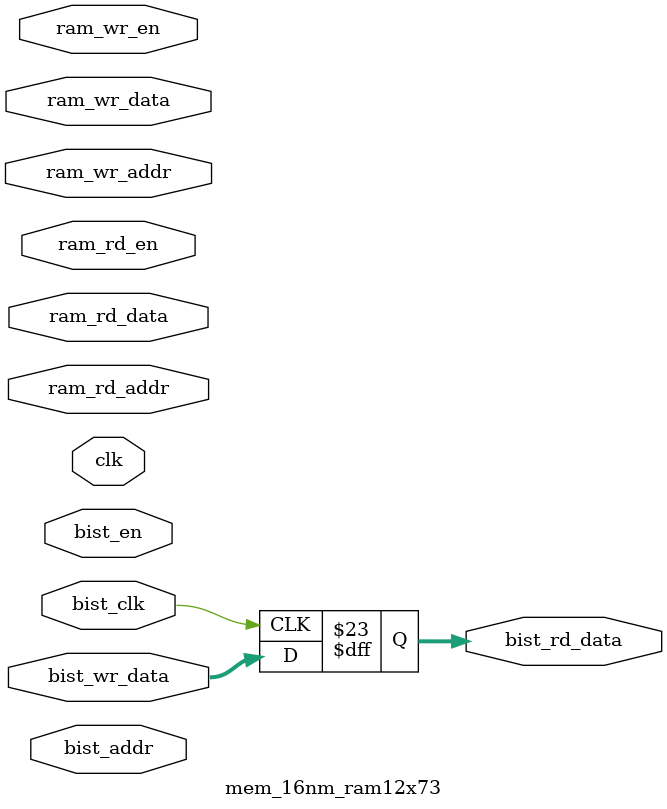
<source format=v>

module mem_16nm_ram12x73
(
  input  wire        clk,
  input  wire        ram_wr_en,
  input  wire [3:0]  ram_wr_addr,
  input  wire [72:0] ram_wr_data,
  input  wire        ram_rd_en,
  input  wire [3:0]  ram_rd_addr,
  input  wire [72:0] ram_rd_data,

  input  wire        bist_clk,
  input  wire        bist_en,
  input  wire [3:0]  bist_addr,
  input  wire [72:0] bist_wr_data,
  output wire [72:0] bist_rd_data
);

// The memory declaration
reg [72:0] memory [11:0];
reg [72:0] ram_rd_data_i;

always @ (posedge clk) begin
  if( ram_wr_en ) begin
    memory[ram_wr_addr] <= #0 ram_wr_data;
  end

  if( ram_rd_en ) begin
    ram_rd_data_i <= #0 memory[ram_rd_addr];
  end
end

always @ (posedge clk) begin
  ram_rd_data <= #0 ram_rd_data_i;
end

// Bist fake logic
always @ (posedge bist_clk ) begin
  bist_rd_data <= #0 bist_wr_data;
end

endmodule

</source>
